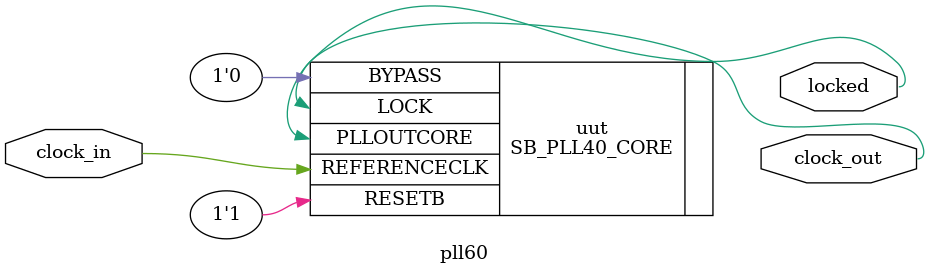
<source format=v>
/**
 * PLL configuration
 *
 * This Verilog module was generated automatically
 * using the icepll tool from the IceStorm project.
 * Use at your own risk.
 *
 * Given input frequency:        12.000 MHz
 * Requested output frequency:   60.000 MHz
 * Achieved output frequency:    60.000 MHz
 */

module pll60(
	input  clock_in,
	output clock_out,
	output locked
	);

SB_PLL40_CORE #(
		.FEEDBACK_PATH("SIMPLE"),
		.DIVR(4'b0000),		// DIVR =  0
		.DIVF(7'b1001111),	// DIVF = 79
		.DIVQ(3'b100),		// DIVQ =  4
		.FILTER_RANGE(3'b001)	// FILTER_RANGE = 1
	) uut (
		.LOCK(locked),
		.RESETB(1'b1),
		.BYPASS(1'b0),
		.REFERENCECLK(clock_in),
		.PLLOUTCORE(clock_out)
		);

endmodule

</source>
